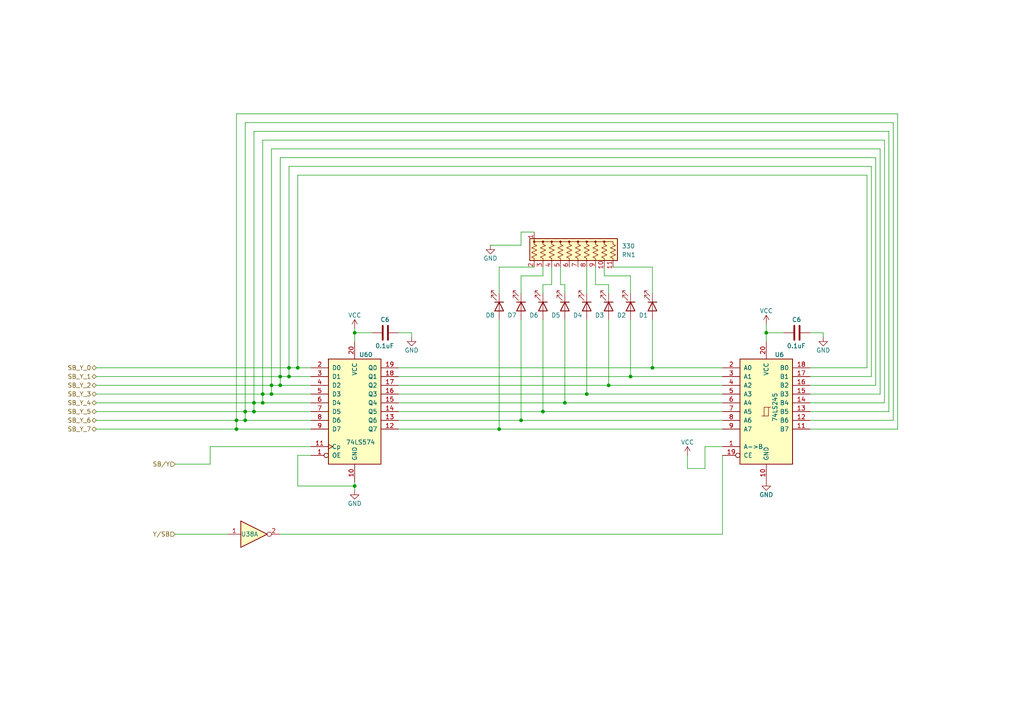
<source format=kicad_sch>
(kicad_sch (version 20230121) (generator eeschema)
  (paper "A4")
  (title_block (title "Y Register") (date "2023-07-20") (rev "1"))
  (lib_symbols
    (symbol "74xx:74LS04"
      (property "Reference" "U" (at 0 1.27 0))
      (property "Value" "74LS04" (at 0 -1.27 0))
      (symbol "74LS04_1_0"
        (polyline (pts (xy -3.81 3.81) (xy -3.81 -3.81) (xy 3.81 0) (xy -3.81 3.81)) (stroke (width 0.254)) (fill (type background)))
        (pin input line (at -7.62 0 0) (length 3.81) (name "~") (number "1"))
        (pin output inverted (at 7.62 0 180) (length 3.81) (name "~") (number "2"))
      )
      (symbol "74LS04_2_0"
        (polyline (pts (xy -3.81 3.81) (xy -3.81 -3.81) (xy 3.81 0) (xy -3.81 3.81)) (stroke (width 0.254)) (fill (type background)))
        (pin input line (at -7.62 0 0) (length 3.81) (name "~") (number "3"))
        (pin output inverted (at 7.62 0 180) (length 3.81) (name "~") (number "4"))
      )
      (symbol "74LS04_3_0"
        (polyline (pts (xy -3.81 3.81) (xy -3.81 -3.81) (xy 3.81 0) (xy -3.81 3.81)) (stroke (width 0.254)) (fill (type background)))
        (pin input line (at -7.62 0 0) (length 3.81) (name "~") (number "5"))
        (pin output inverted (at 7.62 0 180) (length 3.81) (name "~") (number "6"))
      )
      (symbol "74LS04_4_0"
        (polyline (pts (xy -3.81 3.81) (xy -3.81 -3.81) (xy 3.81 0) (xy -3.81 3.81)) (stroke (width 0.254)) (fill (type background)))
        (pin output inverted (at 7.62 0 180) (length 3.81) (name "~") (number "8"))
        (pin input line (at -7.62 0 0) (length 3.81) (name "~") (number "9"))
      )
      (symbol "74LS04_5_0"
        (polyline (pts (xy -3.81 3.81) (xy -3.81 -3.81) (xy 3.81 0) (xy -3.81 3.81)) (stroke (width 0.254)) (fill (type background)))
        (pin output inverted (at 7.62 0 180) (length 3.81) (name "~") (number "10"))
        (pin input line (at -7.62 0 0) (length 3.81) (name "~") (number "11"))
      )
      (symbol "74LS04_6_0"
        (polyline (pts (xy -3.81 3.81) (xy -3.81 -3.81) (xy 3.81 0) (xy -3.81 3.81)) (stroke (width 0.254)) (fill (type background)))
        (pin output inverted (at 7.62 0 180) (length 3.81) (name "~") (number "12"))
        (pin input line (at -7.62 0 0) (length 3.81) (name "~") (number "13"))
      )
      (symbol "74LS04_7_0"
        (pin power_in line (at 0 12.7 270) (length 5.08) (name "VCC") (number "14"))
        (pin power_in line (at 0 -12.7 90) (length 5.08) (name "GND") (number "7"))
      )
      (symbol "74LS04_7_1"
        (rectangle (start -5.08 7.62) (end 5.08 -7.62) (stroke (width 0.254)) (fill (type background)))
      )
    )
    (symbol "74xx:74LS245" (pin_names (offset 1.016))
      (property "Reference" "U" (at -7.62 16.51 0))
      (property "Value" "74LS245" (at -7.62 -16.51 0))
      (symbol "74LS245_1_0"
        (polyline (pts (xy -0.635 -1.27) (xy -0.635 1.27) (xy 0.635 1.27)))
        (polyline (pts (xy -1.27 -1.27) (xy 0.635 -1.27) (xy 0.635 1.27) (xy 1.27 1.27)))
        (pin input line (at -12.7 -10.16 0) (length 5.08) (name "A->B") (number "1"))
        (pin power_in line (at 0 -20.32 90) (length 5.08) (name "GND") (number "10"))
        (pin tri_state line (at 12.7 -5.08 180) (length 5.08) (name "B7") (number "11"))
        (pin tri_state line (at 12.7 -2.54 180) (length 5.08) (name "B6") (number "12"))
        (pin tri_state line (at 12.7 0 180) (length 5.08) (name "B5") (number "13"))
        (pin tri_state line (at 12.7 2.54 180) (length 5.08) (name "B4") (number "14"))
        (pin tri_state line (at 12.7 5.08 180) (length 5.08) (name "B3") (number "15"))
        (pin tri_state line (at 12.7 7.62 180) (length 5.08) (name "B2") (number "16"))
        (pin tri_state line (at 12.7 10.16 180) (length 5.08) (name "B1") (number "17"))
        (pin tri_state line (at 12.7 12.7 180) (length 5.08) (name "B0") (number "18"))
        (pin input inverted (at -12.7 -12.7 0) (length 5.08) (name "CE") (number "19"))
        (pin tri_state line (at -12.7 12.7 0) (length 5.08) (name "A0") (number "2"))
        (pin power_in line (at 0 20.32 270) (length 5.08) (name "VCC") (number "20"))
        (pin tri_state line (at -12.7 10.16 0) (length 5.08) (name "A1") (number "3"))
        (pin tri_state line (at -12.7 7.62 0) (length 5.08) (name "A2") (number "4"))
        (pin tri_state line (at -12.7 5.08 0) (length 5.08) (name "A3") (number "5"))
        (pin tri_state line (at -12.7 2.54 0) (length 5.08) (name "A4") (number "6"))
        (pin tri_state line (at -12.7 0 0) (length 5.08) (name "A5") (number "7"))
        (pin tri_state line (at -12.7 -2.54 0) (length 5.08) (name "A6") (number "8"))
        (pin tri_state line (at -12.7 -5.08 0) (length 5.08) (name "A7") (number "9"))
      )
      (symbol "74LS245_1_1"
        (rectangle (start -7.62 15.24) (end 7.62 -15.24) (stroke (width 0.254)) (fill (type background)))
      )
    )
    (symbol "74xx:74LS574" (pin_names (offset 1.016))
      (property "Reference" "U" (at -7.62 16.51 0))
      (property "Value" "74LS574" (at -7.62 -16.51 0))
      (symbol "74LS574_1_0"
        (pin input inverted (at -12.7 -12.7 0) (length 5.08) (name "OE") (number "1"))
        (pin power_in line (at 0 -20.32 90) (length 5.08) (name "GND") (number "10"))
        (pin input clock (at -12.7 -10.16 0) (length 5.08) (name "Cp") (number "11"))
        (pin tri_state line (at 12.7 -5.08 180) (length 5.08) (name "Q7") (number "12"))
        (pin tri_state line (at 12.7 -2.54 180) (length 5.08) (name "Q6") (number "13"))
        (pin tri_state line (at 12.7 0 180) (length 5.08) (name "Q5") (number "14"))
        (pin tri_state line (at 12.7 2.54 180) (length 5.08) (name "Q4") (number "15"))
        (pin tri_state line (at 12.7 5.08 180) (length 5.08) (name "Q3") (number "16"))
        (pin tri_state line (at 12.7 7.62 180) (length 5.08) (name "Q2") (number "17"))
        (pin tri_state line (at 12.7 10.16 180) (length 5.08) (name "Q1") (number "18"))
        (pin tri_state line (at 12.7 12.7 180) (length 5.08) (name "Q0") (number "19"))
        (pin input line (at -12.7 12.7 0) (length 5.08) (name "D0") (number "2"))
        (pin power_in line (at 0 20.32 270) (length 5.08) (name "VCC") (number "20"))
        (pin input line (at -12.7 10.16 0) (length 5.08) (name "D1") (number "3"))
        (pin input line (at -12.7 7.62 0) (length 5.08) (name "D2") (number "4"))
        (pin input line (at -12.7 5.08 0) (length 5.08) (name "D3") (number "5"))
        (pin input line (at -12.7 2.54 0) (length 5.08) (name "D4") (number "6"))
        (pin input line (at -12.7 0 0) (length 5.08) (name "D5") (number "7"))
        (pin input line (at -12.7 -2.54 0) (length 5.08) (name "D6") (number "8"))
        (pin input line (at -12.7 -5.08 0) (length 5.08) (name "D7") (number "9"))
      )
      (symbol "74LS574_1_1"
        (rectangle (start -7.62 15.24) (end 7.62 -15.24) (stroke (width 0.254)) (fill (type background)))
      )
    )
    (symbol "Device:C" (pin_numbers hide) (pin_names (offset 0.254))
      (property "Reference" "C" (at 0.635 2.54 0))
      (property "Value" "C" (at 0.635 -2.54 0))
      (symbol "C_0_1"
        (polyline (pts (xy -2.032 -0.762) (xy 2.032 -0.762)) (stroke (width 0.508)))
        (polyline (pts (xy -2.032 0.762) (xy 2.032 0.762)) (stroke (width 0.508)))
      )
      (symbol "C_1_1"
        (pin passive line (at 0 3.81 270) (length 2.794) (name "~") (number "1"))
        (pin passive line (at 0 -3.81 90) (length 2.794) (name "~") (number "2"))
      )
    )
    (symbol "Device:LED" (pin_numbers hide) (pin_names (offset 1.016) hide)
      (property "Reference" "D" (at 0 2.54 0))
      (property "Value" "LED" (at 0 -2.54 0))
      (symbol "LED_0_1"
        (polyline (pts (xy -1.27 -1.27) (xy -1.27 1.27)) (stroke (width 0.254)))
        (polyline (pts (xy -1.27 0) (xy 1.27 0)))
        (polyline (pts (xy 1.27 -1.27) (xy 1.27 1.27) (xy -1.27 0) (xy 1.27 -1.27)) (stroke (width 0.254)))
        (polyline (pts (xy -3.048 -0.762) (xy -4.572 -2.286) (xy -3.81 -2.286) (xy -4.572 -2.286) (xy -4.572 -1.524)))
        (polyline (pts (xy -1.778 -0.762) (xy -3.302 -2.286) (xy -2.54 -2.286) (xy -3.302 -2.286) (xy -3.302 -1.524)))
      )
      (symbol "LED_1_1"
        (pin passive line (at -3.81 0 0) (length 2.54) (name "K") (number "1"))
        (pin passive line (at 3.81 0 180) (length 2.54) (name "A") (number "2"))
      )
    )
    (symbol "Device:R_Network10_US" (pin_names (offset 0) hide)
      (property "Reference" "RN" (at -15.24 0 90))
      (property "Value" "R_Network10_US" (at 12.7 0 90))
      (symbol "R_Network10_US_0_1"
        (rectangle (start -13.97 -3.175) (end 11.43 3.175) (stroke (width 0.254)) (fill (type background)))
        (circle (center -12.7 2.286) (radius 0.254) (fill (type outline)))
        (circle (center -10.16 2.286) (radius 0.254) (fill (type outline)))
        (circle (center -7.62 2.286) (radius 0.254) (fill (type outline)))
        (circle (center -5.08 2.286) (radius 0.254) (fill (type outline)))
        (circle (center -2.54 2.286) (radius 0.254) (fill (type outline)))
        (polyline (pts (xy -12.7 2.286) (xy 10.16 2.286)))
        (polyline (pts (xy -12.7 2.286) (xy -12.7 1.524) (xy -11.938 1.1684) (xy -13.462 0.508) (xy -11.938 -0.1524) (xy -13.462 -0.8382) (xy -11.938 -1.524) (xy -13.462 -2.1844) (xy -12.7 -2.54) (xy -12.7 -3.81)))
        (polyline (pts (xy -10.16 2.286) (xy -10.16 1.524) (xy -9.398 1.1684) (xy -10.922 0.508) (xy -9.398 -0.1524) (xy -10.922 -0.8382) (xy -9.398 -1.524) (xy -10.922 -2.1844) (xy -10.16 -2.54) (xy -10.16 -3.81)))
        (polyline (pts (xy -7.62 2.286) (xy -7.62 1.524) (xy -6.858 1.1684) (xy -8.382 0.508) (xy -6.858 -0.1524) (xy -8.382 -0.8382) (xy -6.858 -1.524) (xy -8.382 -2.1844) (xy -7.62 -2.54) (xy -7.62 -3.81)))
        (polyline (pts (xy -5.08 2.286) (xy -5.08 1.524) (xy -4.318 1.1684) (xy -5.842 0.508) (xy -4.318 -0.1524) (xy -5.842 -0.8382) (xy -4.318 -1.524) (xy -5.842 -2.1844) (xy -5.08 -2.54) (xy -5.08 -3.81)))
        (polyline (pts (xy -2.54 2.286) (xy -2.54 1.524) (xy -1.778 1.1684) (xy -3.302 0.508) (xy -1.778 -0.1524) (xy -3.302 -0.8382) (xy -1.778 -1.524) (xy -3.302 -2.1844) (xy -2.54 -2.54) (xy -2.54 -3.81)))
        (polyline (pts (xy 0 2.286) (xy 0 1.524) (xy 0.762 1.1684) (xy -0.762 0.508) (xy 0.762 -0.1524) (xy -0.762 -0.8382) (xy 0.762 -1.524) (xy -0.762 -2.1844) (xy 0 -2.54) (xy 0 -3.81)))
        (polyline (pts (xy 2.54 2.286) (xy 2.54 1.524) (xy 3.302 1.1684) (xy 1.778 0.508) (xy 3.302 -0.1524) (xy 1.778 -0.8382) (xy 3.302 -1.524) (xy 1.778 -2.1844) (xy 2.54 -2.54) (xy 2.54 -3.81)))
        (polyline (pts (xy 5.08 2.286) (xy 5.08 1.524) (xy 5.842 1.1684) (xy 4.318 0.508) (xy 5.842 -0.1524) (xy 4.318 -0.8382) (xy 5.842 -1.524) (xy 4.318 -2.1844) (xy 5.08 -2.54) (xy 5.08 -3.81)))
        (polyline (pts (xy 7.62 2.286) (xy 7.62 1.524) (xy 8.382 1.1684) (xy 6.858 0.508) (xy 8.382 -0.1524) (xy 6.858 -0.8382) (xy 8.382 -1.524) (xy 6.858 -2.1844) (xy 7.62 -2.54) (xy 7.62 -3.81)))
        (polyline (pts (xy 10.16 2.286) (xy 10.16 1.524) (xy 10.922 1.1684) (xy 9.398 0.508) (xy 10.922 -0.1524) (xy 9.398 -0.8382) (xy 10.922 -1.524) (xy 9.398 -2.1844) (xy 10.16 -2.54) (xy 10.16 -3.81)))
        (circle (center 0 2.286) (radius 0.254) (fill (type outline)))
        (circle (center 2.54 2.286) (radius 0.254) (fill (type outline)))
        (circle (center 5.08 2.286) (radius 0.254) (fill (type outline)))
        (circle (center 7.62 2.286) (radius 0.254) (fill (type outline)))
      )
      (symbol "R_Network10_US_1_1"
        (pin passive line (at -12.7 5.08 270) (length 2.54) (name "common") (number "1"))
        (pin passive line (at 7.62 -5.08 90) (length 1.27) (name "R9") (number "10"))
        (pin passive line (at 10.16 -5.08 90) (length 1.27) (name "R10") (number "11"))
        (pin passive line (at -12.7 -5.08 90) (length 1.27) (name "R1") (number "2"))
        (pin passive line (at -10.16 -5.08 90) (length 1.27) (name "R2") (number "3"))
        (pin passive line (at -7.62 -5.08 90) (length 1.27) (name "R3") (number "4"))
        (pin passive line (at -5.08 -5.08 90) (length 1.27) (name "R4") (number "5"))
        (pin passive line (at -2.54 -5.08 90) (length 1.27) (name "R5") (number "6"))
        (pin passive line (at 0 -5.08 90) (length 1.27) (name "R6") (number "7"))
        (pin passive line (at 2.54 -5.08 90) (length 1.27) (name "R7") (number "8"))
        (pin passive line (at 5.08 -5.08 90) (length 1.27) (name "R8") (number "9"))
      )
    )
    (symbol "power:GND" (power) (pin_names (offset 0))
      (property "Value" "GND" (at 0 -3.81 0))
      (symbol "GND_0_1"
        (polyline (pts (xy 0 0) (xy 0 -1.27) (xy 1.27 -1.27) (xy 0 -2.54) (xy -1.27 -1.27) (xy 0 -1.27)))
      )
      (symbol "GND_1_1"
        (pin power_in line (at 0 0 270) (length 0) hide (name "GND") (number "1"))
      )
    )
    (symbol "power:VCC" (power) (pin_names (offset 0))
      (property "Value" "VCC" (at 0 3.81 0))
      (symbol "VCC_0_1"
        (polyline (pts (xy -0.762 1.27) (xy 0 2.54)))
        (polyline (pts (xy 0 0) (xy 0 2.54)))
        (polyline (pts (xy 0 2.54) (xy 0.762 1.27)))
      )
      (symbol "VCC_1_1"
        (pin power_in line (at 0 0 90) (length 0) hide (name "VCC") (number "1"))
      )
    )
  )
  (junction (at 76.2 114.3))
  (junction (at 68.58 121.92))
  (junction (at 170.18 114.3))
  (junction (at 71.12 119.38))
  (junction (at 102.87 96.52))
  (junction (at 73.66 119.38))
  (junction (at 83.82 106.68))
  (junction (at 78.74 111.76))
  (junction (at 182.88 109.22))
  (junction (at 78.74 114.3))
  (junction (at 68.58 124.46))
  (junction (at 176.53 111.76))
  (junction (at 151.13 121.92))
  (junction (at 76.2 116.84))
  (junction (at 81.28 111.76))
  (junction (at 163.83 116.84))
  (junction (at 189.23 106.68))
  (junction (at 83.82 109.22))
  (junction (at 222.25 96.52))
  (junction (at 73.66 116.84))
  (junction (at 157.48 119.38))
  (junction (at 71.12 121.92))
  (junction (at 144.78 124.46))
  (junction (at 86.36 106.68))
  (junction (at 102.87 140.97))
  (junction (at 81.28 109.22))
  (wire (pts (xy 151.13 121.92) (xy 209.55 121.92)))
  (wire (pts (xy 71.12 119.38) (xy 71.12 121.92)))
  (wire (pts (xy 222.25 96.52) (xy 222.25 99.06)))
  (wire (pts (xy 81.28 45.72) (xy 81.28 109.22)))
  (wire (pts (xy 71.12 35.56) (xy 71.12 119.38)))
  (wire (pts (xy 163.83 85.09) (xy 163.83 82.55)))
  (wire (pts (xy 204.47 135.89) (xy 204.47 129.54)))
  (wire (pts (xy 27.94 124.46) (xy 68.58 124.46)))
  (wire (pts (xy 157.48 82.55) (xy 157.48 85.09)))
  (wire (pts (xy 257.81 38.1) (xy 257.81 119.38)))
  (wire (pts (xy 238.76 96.52) (xy 238.76 97.79)))
  (wire (pts (xy 50.8 134.62) (xy 60.96 134.62)))
  (wire (pts (xy 115.57 109.22) (xy 182.88 109.22)))
  (wire (pts (xy 182.88 92.71) (xy 182.88 109.22)))
  (wire (pts (xy 68.58 33.02) (xy 68.58 121.92)))
  (wire (pts (xy 115.57 111.76) (xy 176.53 111.76)))
  (wire (pts (xy 83.82 109.22) (xy 90.17 109.22)))
  (wire (pts (xy 76.2 116.84) (xy 90.17 116.84)))
  (wire (pts (xy 68.58 121.92) (xy 68.58 124.46)))
  (wire (pts (xy 255.27 114.3) (xy 234.95 114.3)))
  (wire (pts (xy 157.48 92.71) (xy 157.48 119.38)))
  (wire (pts (xy 144.78 92.71) (xy 144.78 124.46)))
  (wire (pts (xy 71.12 35.56) (xy 259.08 35.56)))
  (wire (pts (xy 27.94 116.84) (xy 73.66 116.84)))
  (wire (pts (xy 172.72 82.55) (xy 176.53 82.55)))
  (wire (pts (xy 254 111.76) (xy 234.95 111.76)))
  (wire (pts (xy 102.87 96.52) (xy 107.95 96.52)))
  (wire (pts (xy 157.48 119.38) (xy 209.55 119.38)))
  (wire (pts (xy 209.55 154.94) (xy 209.55 132.08)))
  (wire (pts (xy 78.74 111.76) (xy 78.74 114.3)))
  (wire (pts (xy 157.48 80.01) (xy 151.13 80.01)))
  (wire (pts (xy 76.2 116.84) (xy 73.66 116.84)))
  (wire (pts (xy 259.08 35.56) (xy 259.08 121.92)))
  (wire (pts (xy 60.96 134.62) (xy 60.96 129.54)))
  (wire (pts (xy 78.74 43.18) (xy 78.74 111.76)))
  (wire (pts (xy 189.23 77.47) (xy 189.23 85.09)))
  (wire (pts (xy 73.66 38.1) (xy 73.66 116.84)))
  (wire (pts (xy 71.12 121.92) (xy 90.17 121.92)))
  (wire (pts (xy 115.57 124.46) (xy 144.78 124.46)))
  (wire (pts (xy 102.87 140.97) (xy 102.87 139.7)))
  (wire (pts (xy 83.82 106.68) (xy 83.82 109.22)))
  (wire (pts (xy 81.28 111.76) (xy 90.17 111.76)))
  (wire (pts (xy 115.57 121.92) (xy 151.13 121.92)))
  (wire (pts (xy 86.36 140.97) (xy 102.87 140.97)))
  (wire (pts (xy 73.66 119.38) (xy 90.17 119.38)))
  (wire (pts (xy 170.18 114.3) (xy 209.55 114.3)))
  (wire (pts (xy 170.18 92.71) (xy 170.18 114.3)))
  (wire (pts (xy 86.36 132.08) (xy 86.36 140.97)))
  (wire (pts (xy 163.83 92.71) (xy 163.83 116.84)))
  (wire (pts (xy 260.35 124.46) (xy 260.35 33.02)))
  (wire (pts (xy 115.57 119.38) (xy 157.48 119.38)))
  (wire (pts (xy 86.36 50.8) (xy 86.36 106.68)))
  (wire (pts (xy 102.87 96.52) (xy 102.87 99.06)))
  (wire (pts (xy 204.47 129.54) (xy 209.55 129.54)))
  (wire (pts (xy 177.8 77.47) (xy 189.23 77.47)))
  (wire (pts (xy 78.74 114.3) (xy 76.2 114.3)))
  (wire (pts (xy 176.53 111.76) (xy 209.55 111.76)))
  (wire (pts (xy 172.72 77.47) (xy 172.72 82.55)))
  (wire (pts (xy 255.27 43.18) (xy 255.27 114.3)))
  (wire (pts (xy 151.13 92.71) (xy 151.13 121.92)))
  (wire (pts (xy 259.08 121.92) (xy 234.95 121.92)))
  (wire (pts (xy 251.46 50.8) (xy 251.46 106.68)))
  (wire (pts (xy 222.25 96.52) (xy 227.33 96.52)))
  (wire (pts (xy 83.82 48.26) (xy 252.73 48.26)))
  (wire (pts (xy 73.66 116.84) (xy 73.66 119.38)))
  (wire (pts (xy 163.83 82.55) (xy 162.56 82.55)))
  (wire (pts (xy 144.78 124.46) (xy 209.55 124.46)))
  (wire (pts (xy 256.54 40.64) (xy 256.54 116.84)))
  (wire (pts (xy 81.28 109.22) (xy 81.28 111.76)))
  (wire (pts (xy 151.13 67.31) (xy 154.94 67.31)))
  (wire (pts (xy 154.94 77.47) (xy 144.78 77.47)))
  (wire (pts (xy 115.57 114.3) (xy 170.18 114.3)))
  (wire (pts (xy 160.02 77.47) (xy 160.02 82.55)))
  (wire (pts (xy 83.82 48.26) (xy 83.82 106.68)))
  (wire (pts (xy 176.53 82.55) (xy 176.53 85.09)))
  (wire (pts (xy 189.23 106.68) (xy 209.55 106.68)))
  (wire (pts (xy 144.78 77.47) (xy 144.78 85.09)))
  (wire (pts (xy 115.57 96.52) (xy 119.38 96.52)))
  (wire (pts (xy 76.2 40.64) (xy 76.2 114.3)))
  (wire (pts (xy 27.94 106.68) (xy 83.82 106.68)))
  (wire (pts (xy 162.56 82.55) (xy 162.56 77.47)))
  (wire (pts (xy 189.23 92.71) (xy 189.23 106.68)))
  (wire (pts (xy 176.53 92.71) (xy 176.53 111.76)))
  (wire (pts (xy 252.73 48.26) (xy 252.73 109.22)))
  (wire (pts (xy 78.74 111.76) (xy 81.28 111.76)))
  (wire (pts (xy 222.25 93.98) (xy 222.25 96.52)))
  (wire (pts (xy 182.88 109.22) (xy 209.55 109.22)))
  (wire (pts (xy 102.87 142.24) (xy 102.87 140.97)))
  (wire (pts (xy 157.48 80.01) (xy 157.48 77.47)))
  (wire (pts (xy 86.36 106.68) (xy 83.82 106.68)))
  (wire (pts (xy 50.8 154.94) (xy 66.04 154.94)))
  (wire (pts (xy 86.36 106.68) (xy 90.17 106.68)))
  (wire (pts (xy 254 45.72) (xy 254 111.76)))
  (wire (pts (xy 81.28 154.94) (xy 209.55 154.94)))
  (wire (pts (xy 81.28 45.72) (xy 254 45.72)))
  (wire (pts (xy 160.02 82.55) (xy 157.48 82.55)))
  (wire (pts (xy 170.18 77.47) (xy 170.18 85.09)))
  (wire (pts (xy 234.95 124.46) (xy 260.35 124.46)))
  (wire (pts (xy 142.24 71.12) (xy 151.13 71.12)))
  (wire (pts (xy 73.66 38.1) (xy 257.81 38.1)))
  (wire (pts (xy 78.74 114.3) (xy 90.17 114.3)))
  (wire (pts (xy 115.57 106.68) (xy 189.23 106.68)))
  (wire (pts (xy 175.26 80.01) (xy 175.26 77.47)))
  (wire (pts (xy 27.94 114.3) (xy 76.2 114.3)))
  (wire (pts (xy 199.39 132.08) (xy 199.39 135.89)))
  (wire (pts (xy 73.66 119.38) (xy 71.12 119.38)))
  (wire (pts (xy 27.94 119.38) (xy 71.12 119.38)))
  (wire (pts (xy 27.94 109.22) (xy 81.28 109.22)))
  (wire (pts (xy 68.58 33.02) (xy 260.35 33.02)))
  (wire (pts (xy 86.36 50.8) (xy 251.46 50.8)))
  (wire (pts (xy 76.2 40.64) (xy 256.54 40.64)))
  (wire (pts (xy 90.17 132.08) (xy 86.36 132.08)))
  (wire (pts (xy 151.13 71.12) (xy 151.13 67.31)))
  (wire (pts (xy 252.73 109.22) (xy 234.95 109.22)))
  (wire (pts (xy 234.95 96.52) (xy 238.76 96.52)))
  (wire (pts (xy 27.94 111.76) (xy 78.74 111.76)))
  (wire (pts (xy 163.83 116.84) (xy 209.55 116.84)))
  (wire (pts (xy 27.94 121.92) (xy 68.58 121.92)))
  (wire (pts (xy 256.54 116.84) (xy 234.95 116.84)))
  (wire (pts (xy 257.81 119.38) (xy 234.95 119.38)))
  (wire (pts (xy 68.58 124.46) (xy 90.17 124.46)))
  (wire (pts (xy 199.39 135.89) (xy 204.47 135.89)))
  (wire (pts (xy 151.13 80.01) (xy 151.13 85.09)))
  (wire (pts (xy 102.87 95.25) (xy 102.87 96.52)))
  (wire (pts (xy 76.2 114.3) (xy 76.2 116.84)))
  (wire (pts (xy 119.38 96.52) (xy 119.38 97.79)))
  (wire (pts (xy 182.88 80.01) (xy 182.88 85.09)))
  (wire (pts (xy 175.26 80.01) (xy 182.88 80.01)))
  (wire (pts (xy 251.46 106.68) (xy 234.95 106.68)))
  (wire (pts (xy 78.74 43.18) (xy 255.27 43.18)))
  (wire (pts (xy 60.96 129.54) (xy 90.17 129.54)))
  (wire (pts (xy 83.82 109.22) (xy 81.28 109.22)))
  (wire (pts (xy 115.57 116.84) (xy 163.83 116.84)))
  (wire (pts (xy 71.12 121.92) (xy 68.58 121.92)))
  (hierarchical_label "SB_Y_1" (shape bidirectional) (at 27.94 109.22 180))
  (hierarchical_label "SB_Y_3" (shape bidirectional) (at 27.94 114.3 180))
  (hierarchical_label "SB{slash}Y" (shape input) (at 50.8 134.62 180))
  (hierarchical_label "SB_Y_5" (shape bidirectional) (at 27.94 119.38 180))
  (hierarchical_label "Y{slash}SB" (shape input) (at 50.8 154.94 180))
  (hierarchical_label "SB_Y_6" (shape bidirectional) (at 27.94 121.92 180))
  (hierarchical_label "SB_Y_2" (shape bidirectional) (at 27.94 111.76 180))
  (hierarchical_label "SB_Y_7" (shape bidirectional) (at 27.94 124.46 180))
  (hierarchical_label "SB_Y_4" (shape bidirectional) (at 27.94 116.84 180))
  (hierarchical_label "SB_Y_0" (shape bidirectional) (at 27.94 106.68 180))
  (symbol (lib_id "Device:R_Network10_US") (at 167.64 72.39 0) (unit 1)
    (property "Reference" "RN1" (at 180.34 73.914 0) (effects (justify left)))
    (property "Value" "330" (at 180.34 71.374 0) (effects (justify left)))
    (property "Footprint" "Resistor_THT:R_Array_SIP11" (effects hide))
    (property "Datasheet" "http://www.vishay.com/docs/31509/csc.pdf" (effects hide))
    (instances (project "8bit_CPU-V0_1" (path "" (reference "RN1") (unit 1)) (path "" (reference "RN4") (unit 1)) (path "" (reference "RN7") (unit 1))))
  )
  (symbol (lib_id "Device:C") (at 231.14 96.52 90) (unit 1)
    (property "Reference" "C6" (at 232.41 92.71 90) (effects (justify left)))
    (property "Value" "0.1uF" (at 233.68 100.33 90) (effects (justify left)))
    (instances (project "8bit_CPU-V0_1" (path "" (reference "C6") (unit 1)) (path "" (reference "C16") (unit 1)) (path "" (reference "C13") (unit 1)) (path "" (reference "C26") (unit 1)) (path "" (reference "C31") (unit 1)) (path "" (reference "C33") (unit 1)) (path "" (reference "C37") (unit 1)) (path "" (reference "C77") (unit 1)) (path "" (reference "C78") (unit 1))))
  )
  (symbol (lib_id "power:GND") (at 102.87 142.24 0) (unit 1)
    (property "Reference" "#PWR05" (effects hide))
    (property "Value" "GND" (at 102.87 146.05 0))
    (instances (project "8bit_CPU-V0_1" (path "" (reference "#PWR05") (unit 1)) (path "" (reference "#PWR029") (unit 1)) (path "" (reference "#PWR057") (unit 1)) (path "" (reference "#PWR0203") (unit 1)) (path "" (reference "#PWR0205") (unit 1))))
  )
  (symbol (lib_id "74xx:74LS574") (at 102.87 119.38 0) (unit 1)
    (property "Reference" "U60" (at 104.14 102.87 0) (effects (justify left)))
    (property "Value" "74LS574" (at 100.33 128.27 0) (effects (justify left)))
    (property "Datasheet" "http://www.ti.com/lit/gpn/sn74LS574" (effects hide))
    (instances (project "8bit_CPU-V0_1" (path "" (reference "U60") (unit 1)) (path "" (reference "U62") (unit 1))))
  )
  (symbol (lib_id "power:GND") (at 238.76 97.79 0) (unit 1)
    (property "Reference" "#PWR017" (effects hide))
    (property "Value" "GND" (at 238.76 101.6 0))
    (instances (project "8bit_CPU-V0_1" (path "" (reference "#PWR017") (unit 1)) (path "" (reference "#PWR044") (unit 1)) (path "" (reference "#PWR065") (unit 1)) (path "" (reference "#PWR077") (unit 1)) (path "" (reference "#PWR089") (unit 1)) (path "" (reference "#PWR097") (unit 1)) (path "" (reference "#PWR0119") (unit 1)) (path "" (reference "#PWR0227") (unit 1)) (path "" (reference "#PWR0231") (unit 1))))
  )
  (symbol (lib_id "power:GND") (at 222.25 139.7 0) (unit 1)
    (property "Reference" "#PWR021" (effects hide))
    (property "Value" "GND" (at 222.25 143.51 0))
    (instances (project "8bit_CPU-V0_1" (path "" (reference "#PWR021") (unit 1)) (path "" (reference "#PWR042") (unit 1)) (path "" (reference "#PWR029") (unit 1)) (path "" (reference "#PWR075") (unit 1)) (path "" (reference "#PWR087") (unit 1)) (path "" (reference "#PWR095") (unit 1)) (path "" (reference "#PWR0115") (unit 1)) (path "" (reference "#PWR0226") (unit 1)) (path "" (reference "#PWR0230") (unit 1))))
  )
  (symbol (lib_id "power:GND") (at 142.24 71.12 0) (unit 1)
    (property "Reference" "#PWR03" (effects hide))
    (property "Value" "GND" (at 142.24 74.93 0))
    (instances (project "8bit_CPU-V0_1" (path "" (reference "#PWR03") (unit 1)) (path "" (reference "#PWR0106") (unit 1)) (path "" (reference "#PWR0233") (unit 1))))
  )
  (symbol (lib_id "power:VCC") (at 222.25 93.98 0) (unit 1)
    (property "Reference" "#PWR016" (effects hide))
    (property "Value" "VCC" (at 222.25 90.17 0))
    (instances (project "8bit_CPU-V0_1" (path "" (reference "#PWR016") (unit 1)) (path "" (reference "#PWR043") (unit 1)) (path "" (reference "#PWR064") (unit 1)) (path "" (reference "#PWR076") (unit 1)) (path "" (reference "#PWR088") (unit 1)) (path "" (reference "#PWR096") (unit 1)) (path "" (reference "#PWR0117") (unit 1)) (path "" (reference "#PWR0225") (unit 1)) (path "" (reference "#PWR0229") (unit 1))))
  )
  (symbol (lib_id "Device:LED") (at 189.23 88.9 270) (unit 1)
    (property "Reference" "D1" (at 187.96 91.44 90) (effects (justify right)))
    (property "Value" "LED" (effects hide))
    (instances (project "8bit_CPU-V0_1" (path "" (reference "D1") (unit 1)) (path "" (reference "D17") (unit 1)) (path "" (reference "D51") (unit 1))))
  )
  (symbol (lib_id "Device:C") (at 111.76 96.52 90) (unit 1)
    (property "Reference" "C6" (at 113.03 92.71 90) (effects (justify left)))
    (property "Value" "0.1uF" (at 114.3 100.33 90) (effects (justify left)))
    (instances (project "8bit_CPU-V0_1" (path "" (reference "C6") (unit 1)) (path "" (reference "C12") (unit 1)) (path "" (reference "C56") (unit 1)) (path "" (reference "C46") (unit 1)) (path "" (reference "C62") (unit 1))))
  )
  (symbol (lib_id "power:VCC") (at 102.87 95.25 0) (unit 1)
    (property "Reference" "#PWR016" (effects hide))
    (property "Value" "VCC" (at 102.87 91.44 0))
    (instances (project "8bit_CPU-V0_1" (path "" (reference "#PWR016") (unit 1)) (path "" (reference "#PWR035") (unit 1)) (path "" (reference "#PWR0158") (unit 1)) (path "" (reference "#PWR0194") (unit 1)) (path "" (reference "#PWR0208") (unit 1))))
  )
  (symbol (lib_id "Device:LED") (at 170.18 88.9 270) (unit 1)
    (property "Reference" "D4" (at 168.91 91.44 90) (effects (justify right)))
    (property "Value" "LED" (effects hide))
    (instances (project "8bit_CPU-V0_1" (path "" (reference "D4") (unit 1)) (path "" (reference "D20") (unit 1)) (path "" (reference "D48") (unit 1))))
  )
  (symbol (lib_id "Device:LED") (at 151.13 88.9 270) (unit 1)
    (property "Reference" "D7" (at 149.86 91.44 90) (effects (justify right)))
    (property "Value" "LED" (effects hide))
    (instances (project "8bit_CPU-V0_1" (path "" (reference "D7") (unit 1)) (path "" (reference "D23") (unit 1)) (path "" (reference "D45") (unit 1))))
  )
  (symbol (lib_id "Device:LED") (at 182.88 88.9 270) (unit 1)
    (property "Reference" "D2" (at 181.61 91.44 90) (effects (justify right)))
    (property "Value" "LED" (effects hide))
    (instances (project "8bit_CPU-V0_1" (path "" (reference "D2") (unit 1)) (path "" (reference "D18") (unit 1)) (path "" (reference "D50") (unit 1))))
  )
  (symbol (lib_id "power:GND") (at 119.38 97.79 0) (unit 1)
    (property "Reference" "#PWR017" (effects hide))
    (property "Value" "GND" (at 119.38 101.6 0))
    (instances (project "8bit_CPU-V0_1" (path "" (reference "#PWR017") (unit 1)) (path "" (reference "#PWR038") (unit 1)) (path "" (reference "#PWR0160") (unit 1)) (path "" (reference "#PWR0193") (unit 1)) (path "" (reference "#PWR0209") (unit 1))))
  )
  (symbol (lib_id "power:VCC") (at 199.39 132.08 0) (unit 1)
    (property "Reference" "#PWR016" (effects hide))
    (property "Value" "VCC" (at 199.39 128.27 0))
    (instances (project "8bit_CPU-V0_1" (path "" (reference "#PWR016") (unit 1)) (path "" (reference "#PWR043") (unit 1)) (path "" (reference "#PWR064") (unit 1)) (path "" (reference "#PWR076") (unit 1)) (path "" (reference "#PWR088") (unit 1)) (path "" (reference "#PWR096") (unit 1)) (path "" (reference "#PWR0112") (unit 1)) (path "" (reference "#PWR0224") (unit 1)) (path "" (reference "#PWR0228") (unit 1))))
  )
  (symbol (lib_id "Device:LED") (at 144.78 88.9 270) (unit 1)
    (property "Reference" "D8" (at 143.51 91.44 90) (effects (justify right)))
    (property "Value" "LED" (effects hide))
    (instances (project "8bit_CPU-V0_1" (path "" (reference "D8") (unit 1)) (path "" (reference "D24") (unit 1)) (path "" (reference "D44") (unit 1))))
  )
  (symbol (lib_id "74xx:74LS04") (at 73.66 154.94 0) (unit 1)
    (property "Reference" "U38" (at 72.39 154.94 0))
    (property "Value" "74LS04" (effects hide))
    (property "Datasheet" "http://www.ti.com/lit/gpn/sn74LS04" (effects hide))
    (instances (project "8bit_CPU-V0_1" (path "" (reference "U38") (unit 1)) (path "" (reference "U60") (unit 5))))
  )
  (symbol (lib_id "Device:LED") (at 163.83 88.9 270) (unit 1)
    (property "Reference" "D5" (at 162.56 91.44 90) (effects (justify right)))
    (property "Value" "LED" (effects hide))
    (instances (project "8bit_CPU-V0_1" (path "" (reference "D5") (unit 1)) (path "" (reference "D21") (unit 1)) (path "" (reference "D47") (unit 1))))
  )
  (symbol (lib_id "Device:LED") (at 176.53 88.9 270) (unit 1)
    (property "Reference" "D3" (at 175.26 91.44 90) (effects (justify right)))
    (property "Value" "LED" (effects hide))
    (instances (project "8bit_CPU-V0_1" (path "" (reference "D3") (unit 1)) (path "" (reference "D19") (unit 1)) (path "" (reference "D49") (unit 1))))
  )
  (symbol (lib_id "74xx:74LS245") (at 222.25 119.38 0) (unit 1)
    (property "Reference" "U6" (at 226.06 102.87 0))
    (property "Value" "74LS245" (at 224.79 118.11 90))
    (property "Datasheet" "http://www.ti.com/lit/gpn/sn74LS245" (effects hide))
    (instances (project "8bit_CPU-V0_1" (path "" (reference "U6") (unit 1)) (path "" (reference "U16") (unit 1)) (path "" (reference "U13") (unit 1)) (path "" (reference "U28") (unit 1)) (path "" (reference "U32") (unit 1)) (path "" (reference "U34") (unit 1)) (path "" (reference "U37") (unit 1)) (path "" (reference "U77") (unit 1)) (path "" (reference "U78") (unit 1))))
  )
  (symbol (lib_id "Device:LED") (at 157.48 88.9 270) (unit 1)
    (property "Reference" "D6" (at 156.21 91.44 90) (effects (justify right)))
    (property "Value" "LED" (effects hide))
    (instances (project "8bit_CPU-V0_1" (path "" (reference "D6") (unit 1)) (path "" (reference "D22") (unit 1)) (path "" (reference "D46") (unit 1))))
  )
)
</source>
